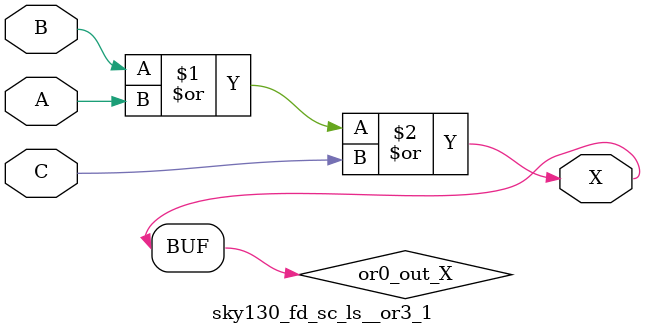
<source format=v>
/*
 * Copyright 2020 The SkyWater PDK Authors
 *
 * Licensed under the Apache License, Version 2.0 (the "License");
 * you may not use this file except in compliance with the License.
 * You may obtain a copy of the License at
 *
 *     https://www.apache.org/licenses/LICENSE-2.0
 *
 * Unless required by applicable law or agreed to in writing, software
 * distributed under the License is distributed on an "AS IS" BASIS,
 * WITHOUT WARRANTIES OR CONDITIONS OF ANY KIND, either express or implied.
 * See the License for the specific language governing permissions and
 * limitations under the License.
 *
 * SPDX-License-Identifier: Apache-2.0
*/


`ifndef SKY130_FD_SC_LS__OR3_1_FUNCTIONAL_V
`define SKY130_FD_SC_LS__OR3_1_FUNCTIONAL_V

/**
 * or3: 3-input OR.
 *
 * Verilog simulation functional model.
 */

`timescale 1ns / 1ps
`default_nettype none

`celldefine
module sky130_fd_sc_ls__or3_1 (
    X,
    A,
    B,
    C
);

    // Module ports
    output X;
    input  A;
    input  B;
    input  C;

    // Local signals
    wire or0_out_X;

    //  Name  Output     Other arguments
    or  or0  (or0_out_X, B, A, C        );
    buf buf0 (X        , or0_out_X      );

endmodule
`endcelldefine

`default_nettype wire
`endif  // SKY130_FD_SC_LS__OR3_1_FUNCTIONAL_V

</source>
